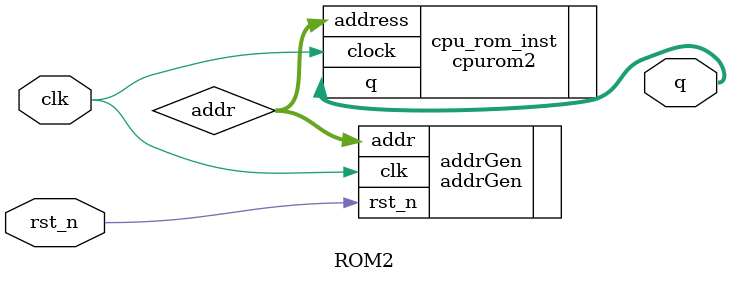
<source format=v>
module ROM2(clk,rst_n,q);
 input clk;
 input rst_n;
 output [31:0]q;
 wire [7:0]addr;
 addrGen addrGen(
			.clk(clk),
			.rst_n(rst_n),
			.addr(addr)
			);
 cpurom2 cpu_rom_inst(
			.address(addr),
			.clock(clk),
			.q(q)
			);
endmodule
</source>
